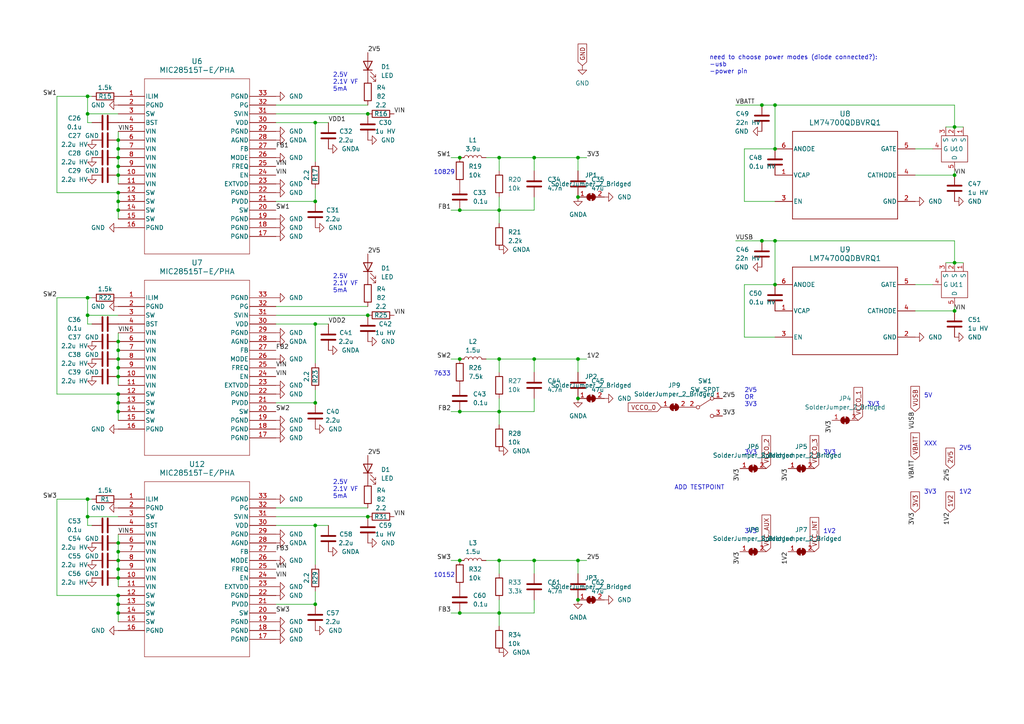
<source format=kicad_sch>
(kicad_sch (version 20230121) (generator eeschema)
  (paper "A4")
  (junction (at 167.64 173.99))
  (junction (at 224.79 43.18))
  (junction (at 144.78 60.96))
  (junction (at 167.64 162.56))
  (junction (at 25.4 27.94))
  (junction (at 91.44 175.26))
  (junction (at 34.29 116.84))
  (junction (at 34.29 165.1))
  (junction (at 91.44 93.98))
  (junction (at 34.29 58.42))
  (junction (at 34.29 175.26))
  (junction (at 34.29 162.56))
  (junction (at 34.29 45.72))
  (junction (at 34.29 106.68))
  (junction (at 34.29 114.3))
  (junction (at 276.86 50.8))
  (junction (at 276.86 90.17))
  (junction (at 144.78 45.72))
  (junction (at 25.4 144.78))
  (junction (at 34.29 104.14))
  (junction (at 220.98 69.85))
  (junction (at 25.4 33.02))
  (junction (at 154.94 45.72))
  (junction (at 224.79 69.85))
  (junction (at 34.29 157.48))
  (junction (at 91.44 35.56))
  (junction (at 224.79 82.55))
  (junction (at 106.68 33.02))
  (junction (at 106.68 149.86))
  (junction (at 25.4 91.44))
  (junction (at 91.44 152.4))
  (junction (at 144.78 119.38))
  (junction (at 25.4 86.36))
  (junction (at 154.94 104.14))
  (junction (at 133.35 45.72))
  (junction (at 276.86 76.2))
  (junction (at 167.64 115.57))
  (junction (at 25.4 149.86))
  (junction (at 154.94 162.56))
  (junction (at 34.29 119.38))
  (junction (at 167.64 104.14))
  (junction (at 34.29 172.72))
  (junction (at 34.29 109.22))
  (junction (at 167.64 57.15))
  (junction (at 34.29 60.96))
  (junction (at 106.68 91.44))
  (junction (at 133.35 104.14))
  (junction (at 144.78 104.14))
  (junction (at 34.29 40.64))
  (junction (at 34.29 99.06))
  (junction (at 133.35 60.96))
  (junction (at 133.35 162.56))
  (junction (at 34.29 48.26))
  (junction (at 34.29 43.18))
  (junction (at 34.29 101.6))
  (junction (at 220.98 30.48))
  (junction (at 133.35 119.38))
  (junction (at 34.29 177.8))
  (junction (at 91.44 116.84))
  (junction (at 34.29 50.8))
  (junction (at 133.35 177.8))
  (junction (at 34.29 167.64))
  (junction (at 91.44 58.42))
  (junction (at 167.64 45.72))
  (junction (at 144.78 162.56))
  (junction (at 144.78 177.8))
  (junction (at 276.86 36.83))
  (junction (at 224.79 30.48))
  (junction (at 34.29 55.88))
  (junction (at 34.29 160.02))
  (wire (pts (xy 34.29 154.94) (xy 34.29 157.48)))
  (wire (pts (xy 144.78 177.8) (xy 144.78 181.61)))
  (wire (pts (xy 265.43 82.55) (xy 270.51 82.55)))
  (wire (pts (xy 16.51 114.3) (xy 16.51 86.36)))
  (wire (pts (xy 276.86 88.9) (xy 276.86 90.17)))
  (wire (pts (xy 167.64 104.14) (xy 170.18 104.14)))
  (wire (pts (xy 34.29 165.1) (xy 34.29 167.64)))
  (wire (pts (xy 34.29 104.14) (xy 34.29 106.68)))
  (wire (pts (xy 167.64 162.56) (xy 154.94 162.56)))
  (wire (pts (xy 16.51 144.78) (xy 25.4 144.78)))
  (wire (pts (xy 133.35 45.72) (xy 130.81 45.72)))
  (wire (pts (xy 80.01 149.86) (xy 106.68 149.86)))
  (wire (pts (xy 26.67 27.94) (xy 25.4 27.94)))
  (wire (pts (xy 25.4 33.02) (xy 25.4 35.56)))
  (wire (pts (xy 215.9 43.18) (xy 224.79 43.18)))
  (wire (pts (xy 34.29 172.72) (xy 34.29 175.26)))
  (wire (pts (xy 80.01 93.98) (xy 91.44 93.98)))
  (wire (pts (xy 34.29 40.64) (xy 34.29 43.18)))
  (wire (pts (xy 167.64 49.53) (xy 167.64 45.72)))
  (wire (pts (xy 25.4 33.02) (xy 34.29 33.02)))
  (wire (pts (xy 144.78 119.38) (xy 144.78 123.19)))
  (wire (pts (xy 276.86 30.48) (xy 224.79 30.48)))
  (wire (pts (xy 265.43 50.8) (xy 276.86 50.8)))
  (wire (pts (xy 144.78 49.53) (xy 144.78 45.72)))
  (wire (pts (xy 224.79 69.85) (xy 224.79 82.55)))
  (wire (pts (xy 133.35 119.38) (xy 144.78 119.38)))
  (wire (pts (xy 25.4 144.78) (xy 25.4 149.86)))
  (wire (pts (xy 26.67 144.78) (xy 25.4 144.78)))
  (wire (pts (xy 276.86 49.53) (xy 276.86 50.8)))
  (wire (pts (xy 144.78 162.56) (xy 140.97 162.56)))
  (wire (pts (xy 144.78 166.37) (xy 144.78 162.56)))
  (wire (pts (xy 91.44 175.26) (xy 91.44 171.45)))
  (wire (pts (xy 91.44 152.4) (xy 95.25 152.4)))
  (wire (pts (xy 80.01 33.02) (xy 106.68 33.02)))
  (wire (pts (xy 25.4 86.36) (xy 25.4 91.44)))
  (wire (pts (xy 144.78 60.96) (xy 144.78 64.77)))
  (wire (pts (xy 154.94 119.38) (xy 144.78 119.38)))
  (wire (pts (xy 34.29 96.52) (xy 34.29 99.06)))
  (wire (pts (xy 34.29 109.22) (xy 34.29 111.76)))
  (wire (pts (xy 276.86 36.83) (xy 276.86 30.48)))
  (wire (pts (xy 34.29 106.68) (xy 34.29 109.22)))
  (wire (pts (xy 25.4 91.44) (xy 25.4 93.98)))
  (wire (pts (xy 34.29 38.1) (xy 34.29 40.64)))
  (wire (pts (xy 34.29 99.06) (xy 34.29 101.6)))
  (wire (pts (xy 274.32 76.2) (xy 276.86 76.2)))
  (wire (pts (xy 34.29 60.96) (xy 34.29 63.5)))
  (wire (pts (xy 80.01 147.32) (xy 106.68 147.32)))
  (wire (pts (xy 154.94 104.14) (xy 154.94 107.95)))
  (wire (pts (xy 154.94 115.57) (xy 154.94 119.38)))
  (wire (pts (xy 91.44 105.41) (xy 91.44 93.98)))
  (wire (pts (xy 154.94 177.8) (xy 144.78 177.8)))
  (wire (pts (xy 34.29 50.8) (xy 34.29 53.34)))
  (wire (pts (xy 25.4 149.86) (xy 25.4 152.4)))
  (wire (pts (xy 16.51 27.94) (xy 25.4 27.94)))
  (wire (pts (xy 34.29 157.48) (xy 34.29 160.02)))
  (wire (pts (xy 130.81 177.8) (xy 133.35 177.8)))
  (wire (pts (xy 265.43 43.18) (xy 270.51 43.18)))
  (wire (pts (xy 25.4 93.98) (xy 26.67 93.98)))
  (wire (pts (xy 34.29 116.84) (xy 34.29 119.38)))
  (wire (pts (xy 80.01 58.42) (xy 91.44 58.42)))
  (wire (pts (xy 215.9 97.79) (xy 215.9 82.55)))
  (wire (pts (xy 91.44 93.98) (xy 95.25 93.98)))
  (wire (pts (xy 220.98 30.48) (xy 224.79 30.48)))
  (wire (pts (xy 167.64 45.72) (xy 154.94 45.72)))
  (wire (pts (xy 224.79 58.42) (xy 215.9 58.42)))
  (wire (pts (xy 34.29 162.56) (xy 34.29 165.1)))
  (wire (pts (xy 276.86 76.2) (xy 279.4 76.2)))
  (wire (pts (xy 167.64 107.95) (xy 167.64 104.14)))
  (wire (pts (xy 34.29 160.02) (xy 34.29 162.56)))
  (wire (pts (xy 25.4 149.86) (xy 34.29 149.86)))
  (wire (pts (xy 224.79 30.48) (xy 224.79 43.18)))
  (wire (pts (xy 144.78 162.56) (xy 154.94 162.56)))
  (wire (pts (xy 133.35 104.14) (xy 130.81 104.14)))
  (wire (pts (xy 34.29 45.72) (xy 34.29 48.26)))
  (wire (pts (xy 34.29 55.88) (xy 34.29 58.42)))
  (wire (pts (xy 130.81 119.38) (xy 133.35 119.38)))
  (wire (pts (xy 130.81 60.96) (xy 133.35 60.96)))
  (wire (pts (xy 167.64 104.14) (xy 154.94 104.14)))
  (wire (pts (xy 144.78 57.15) (xy 144.78 60.96)))
  (wire (pts (xy 25.4 27.94) (xy 25.4 33.02)))
  (wire (pts (xy 144.78 104.14) (xy 154.94 104.14)))
  (wire (pts (xy 34.29 55.88) (xy 16.51 55.88)))
  (wire (pts (xy 144.78 173.99) (xy 144.78 177.8)))
  (wire (pts (xy 133.35 177.8) (xy 144.78 177.8)))
  (wire (pts (xy 167.64 166.37) (xy 167.64 162.56)))
  (wire (pts (xy 80.01 88.9) (xy 106.68 88.9)))
  (wire (pts (xy 133.35 162.56) (xy 130.81 162.56)))
  (wire (pts (xy 144.78 45.72) (xy 154.94 45.72)))
  (wire (pts (xy 34.29 48.26) (xy 34.29 50.8)))
  (wire (pts (xy 224.79 97.79) (xy 215.9 97.79)))
  (wire (pts (xy 34.29 43.18) (xy 34.29 45.72)))
  (wire (pts (xy 34.29 172.72) (xy 16.51 172.72)))
  (wire (pts (xy 91.44 35.56) (xy 95.25 35.56)))
  (wire (pts (xy 80.01 175.26) (xy 91.44 175.26)))
  (wire (pts (xy 215.9 58.42) (xy 215.9 43.18)))
  (wire (pts (xy 80.01 30.48) (xy 106.68 30.48)))
  (wire (pts (xy 213.36 30.48) (xy 220.98 30.48)))
  (wire (pts (xy 154.94 45.72) (xy 154.94 49.53)))
  (wire (pts (xy 276.86 69.85) (xy 224.79 69.85)))
  (wire (pts (xy 154.94 60.96) (xy 144.78 60.96)))
  (wire (pts (xy 154.94 57.15) (xy 154.94 60.96)))
  (wire (pts (xy 25.4 152.4) (xy 26.67 152.4)))
  (wire (pts (xy 215.9 82.55) (xy 224.79 82.55)))
  (wire (pts (xy 34.29 114.3) (xy 16.51 114.3)))
  (wire (pts (xy 144.78 104.14) (xy 140.97 104.14)))
  (wire (pts (xy 34.29 175.26) (xy 34.29 177.8)))
  (wire (pts (xy 276.86 76.2) (xy 276.86 69.85)))
  (wire (pts (xy 34.29 58.42) (xy 34.29 60.96)))
  (wire (pts (xy 80.01 91.44) (xy 106.68 91.44)))
  (wire (pts (xy 144.78 107.95) (xy 144.78 104.14)))
  (wire (pts (xy 154.94 162.56) (xy 154.94 166.37)))
  (wire (pts (xy 91.44 46.99) (xy 91.44 35.56)))
  (wire (pts (xy 276.86 36.83) (xy 279.4 36.83)))
  (wire (pts (xy 16.51 172.72) (xy 16.51 144.78)))
  (wire (pts (xy 34.29 114.3) (xy 34.29 116.84)))
  (wire (pts (xy 34.29 101.6) (xy 34.29 104.14)))
  (wire (pts (xy 34.29 119.38) (xy 34.29 121.92)))
  (wire (pts (xy 34.29 177.8) (xy 34.29 180.34)))
  (wire (pts (xy 25.4 35.56) (xy 26.67 35.56)))
  (wire (pts (xy 80.01 35.56) (xy 91.44 35.56)))
  (wire (pts (xy 25.4 91.44) (xy 34.29 91.44)))
  (wire (pts (xy 154.94 173.99) (xy 154.94 177.8)))
  (wire (pts (xy 213.36 69.85) (xy 220.98 69.85)))
  (wire (pts (xy 167.64 162.56) (xy 170.18 162.56)))
  (wire (pts (xy 26.67 86.36) (xy 25.4 86.36)))
  (wire (pts (xy 265.43 90.17) (xy 276.86 90.17)))
  (wire (pts (xy 91.44 58.42) (xy 91.44 54.61)))
  (wire (pts (xy 80.01 152.4) (xy 91.44 152.4)))
  (wire (pts (xy 274.32 36.83) (xy 276.86 36.83)))
  (wire (pts (xy 144.78 45.72) (xy 140.97 45.72)))
  (wire (pts (xy 144.78 115.57) (xy 144.78 119.38)))
  (wire (pts (xy 34.29 167.64) (xy 34.29 170.18)))
  (wire (pts (xy 167.64 45.72) (xy 170.18 45.72)))
  (wire (pts (xy 16.51 55.88) (xy 16.51 27.94)))
  (wire (pts (xy 16.51 86.36) (xy 25.4 86.36)))
  (wire (pts (xy 80.01 116.84) (xy 91.44 116.84)))
  (wire (pts (xy 91.44 163.83) (xy 91.44 152.4)))
  (wire (pts (xy 91.44 116.84) (xy 91.44 113.03)))
  (wire (pts (xy 220.98 69.85) (xy 224.79 69.85)))
  (wire (pts (xy 133.35 60.96) (xy 144.78 60.96)))
  (text "3V3" (at 238.76 132.08 0) (effects (font (size 1.27 1.27)) (justify left bottom)))
  (text "2.5V\n2.1V VF\n5mA" (at 96.52 85.09 0) (effects (font (size 1.27 1.27)) (justify left bottom)))
  (text "2V5" (at 278.13 130.81 0) (effects (font (size 1.27 1.27)) (justify left bottom)))
  (text "3V3" (at 215.9 132.08 0) (effects (font (size 1.27 1.27)) (justify left bottom)))
  (text "2V5\nOR\n3V3" (at 215.9 118.11 0) (effects (font (size 1.27 1.27)) (justify left bottom)))
  (text "ADD TESTPOINT" (at 195.58 142.24 0) (effects (font (size 1.27 1.27)) (justify left bottom)))
  (text "10152" (at 125.73 167.64 0) (effects (font (size 1.27 1.27)) (justify left bottom)))
  (text "10829" (at 125.73 50.8 0) (effects (font (size 1.27 1.27)) (justify left bottom)))
  (text "5V" (at 267.97 115.57 0) (effects (font (size 1.27 1.27)) (justify left bottom)))
  (text "XXX" (at 267.97 129.54 0) (effects (font (size 1.27 1.27)) (justify left bottom)))
  (text "3V3" (at 267.97 143.51 0) (effects (font (size 1.27 1.27)) (justify left bottom)))
  (text "1V2" (at 278.13 143.51 0) (effects (font (size 1.27 1.27)) (justify left bottom)))
  (text "1V2" (at 238.76 154.94 0) (effects (font (size 1.27 1.27)) (justify left bottom)))
  (text "need to choose power modes (diode connected?):\n-usb\n-power pin" (at 205.74 21.59 0) (effects (font (size 1.27 1.27)) (justify left bottom)))
  (text "2.5V\n2.1V VF\n5mA" (at 96.52 26.67 0) (effects (font (size 1.27 1.27)) (justify left bottom)))
  (text "3V3" (at 251.46 118.11 0) (effects (font (size 1.27 1.27)) (justify left bottom)))
  (text "3V3" (at 215.9 154.94 0) (effects (font (size 1.27 1.27)) (justify left bottom)))
  (text "7633" (at 125.73 109.22 0) (effects (font (size 1.27 1.27)) (justify left bottom)))
  (text "2.5V\n2.1V VF\n5mA" (at 96.52 144.78 0) (effects (font (size 1.27 1.27)) (justify left bottom)))
  (label "2V5" (at 275.59 135.89 270))
  (label "VUSB" (at 213.36 69.85 0))
  (label "SW1" (at 80.01 60.96 0))
  (label "2V5" (at 209.55 115.57 0))
  (label "VIN" (at 80.01 165.1 0))
  (label "3V3" (at 228.6 135.89 270))
  (label "FB2" (at 80.01 101.6 0))
  (label "2V5" (at 170.18 162.56 0))
  (label "FB2" (at 130.81 119.38 180))
  (label "VDD1" (at 95.25 35.56 0))
  (label "VIN" (at 114.3 149.86 0))
  (label "3V3" (at 265.43 148.59 270))
  (label "FB1" (at 80.01 43.18 0))
  (label "VIN" (at 80.01 50.8 0))
  (label "1V2" (at 170.18 104.14 0))
  (label "SW1" (at 130.81 45.72 180))
  (label "SW3" (at 130.81 162.56 180))
  (label "VBATT" (at 213.36 30.48 0))
  (label "FB3" (at 80.01 160.02 0))
  (label "FB3" (at 130.81 177.8 180))
  (label "SW3" (at 80.01 177.8 0))
  (label "VDD2" (at 95.25 93.98 0))
  (label "VIN" (at 276.86 50.8 0))
  (label "3V3" (at 241.3 121.92 270))
  (label "SW2" (at 80.01 119.38 0))
  (label "2V5" (at 106.68 73.66 0))
  (label "1V2" (at 275.59 148.59 270))
  (label "VIN" (at 80.01 109.22 0))
  (label "SW1" (at 16.51 27.94 180))
  (label "3V3" (at 170.18 45.72 0))
  (label "2V5" (at 106.68 132.08 0))
  (label "VIN" (at 80.01 106.68 0))
  (label "VIN" (at 34.29 96.52 0))
  (label "VIN" (at 80.01 48.26 0))
  (label "VUSB" (at 265.43 119.38 270))
  (label "2V5" (at 106.68 15.24 0))
  (label "3V3" (at 209.55 120.65 0))
  (label "FB1" (at 130.81 60.96 180))
  (label "1V2" (at 228.6 160.02 270))
  (label "VIN" (at 34.29 154.94 0))
  (label "VIN" (at 276.86 90.17 0))
  (label "SW2" (at 16.51 86.36 180))
  (label "SW2" (at 130.81 104.14 180))
  (label "3V3" (at 214.63 135.89 270))
  (label "VIN" (at 34.29 38.1 0))
  (label "SW3" (at 16.51 144.78 180))
  (label "VIN" (at 114.3 91.44 0))
  (label "VBATT" (at 265.43 133.35 270))
  (label "VIN" (at 114.3 33.02 0))
  (label "VIN" (at 80.01 167.64 0))
  (label "3V3" (at 214.63 160.02 270))
  (global_label "VCCO_0" (shape input) (at 191.77 118.11 180) (property "Intersheetrefs" "${INTERSHEET_REFS}" (effects hide)))
  (global_label "VCC_AUX" (shape input) (at 222.25 160.02 90) (property "Intersheetrefs" "${INTERSHEET_REFS}" (effects hide)))
  (global_label "1V2" (shape input) (at 275.59 148.59 90) (property "Intersheetrefs" "${INTERSHEET_REFS}" (effects hide)))
  (global_label "VCCO_3" (shape input) (at 236.22 135.89 90) (property "Intersheetrefs" "${INTERSHEET_REFS}" (effects hide)))
  (global_label "VUSB" (shape input) (at 265.43 119.38 90) (property "Intersheetrefs" "${INTERSHEET_REFS}" (effects hide)))
  (global_label "GND" (shape input) (at 168.91 19.05 90) (property "Intersheetrefs" "${INTERSHEET_REFS}" (effects hide)))
  (global_label "VCCO_1" (shape input) (at 248.92 121.92 90) (property "Intersheetrefs" "${INTERSHEET_REFS}" (effects hide)))
  (global_label "2V5" (shape input) (at 275.59 135.89 90) (property "Intersheetrefs" "${INTERSHEET_REFS}" (effects hide)))
  (global_label "3V3" (shape input) (at 265.43 148.59 90) (property "Intersheetrefs" "${INTERSHEET_REFS}" (effects hide)))
  (global_label "VCC_INT" (shape input) (at 236.22 160.02 90) (property "Intersheetrefs" "${INTERSHEET_REFS}" (effects hide)))
  (global_label "VCCO_2" (shape input) (at 222.25 135.89 90) (property "Intersheetrefs" "${INTERSHEET_REFS}" (effects hide)))
  (global_label "VBATT" (shape input) (at 265.43 133.35 90) (property "Intersheetrefs" "${INTERSHEET_REFS}" (effects hide)))
  (symbol (lib_id "fpga:LM74700QDBVRQ1") (at 245.11 50.8 0) (unit 1)
    (property "Reference" "U8" (at 245.11 33.02 0) (effects (font (size 1.524 1.524))))
    (property "Value" "LM74700QDBVRQ1" (at 245.11 35.56 0) (effects (font (size 1.524 1.524))))
    (property "Footprint" "fpga:DBV0006A_N" (effects hide))
    (property "Datasheet" "https://www.ti.com/lit/ds/symlink/lm74700-q1.pdf?HQS=dis-dk-null-digikeymode-dsf-pf-null-wwe&ts=1714177282729&ref_url=https%253A%252F%252Fwww.ti.com%252Fgeneral%252Fdocs%252Fsuppproductinfo.tsp%253FdistId%253D10%2526gotoUrl%253Dhttps%253A%252F%252Fwww.ti.com%252Flit%252Fgpn%252Flm74700-q1" (effects hide))
    (property "Digi" "https://www.digikey.com/en/products/detail/texas-instruments/LM74700QDBVRQ1/10434692" (effects hide))
  )
  (symbol (lib_id "power:GND") (at 34.29 124.46 270) (unit 1)
    (property "Reference" "#PWR016" (effects hide))
    (property "Value" "GND" (at 30.48 124.46 90) (effects (justify right)))
    (instances (project "fpga" (path "" (reference "#PWR016") (unit 1)) (path "" (reference "#PWR026") (unit 1)) (path "" (reference "#PWR036") (unit 1)) (path "" (reference "#PWR066") (unit 1))))
  )
  (symbol (lib_id "Device:L") (at 137.16 45.72 90) (unit 1)
    (property "Reference" "L1" (at 137.16 40.64 90))
    (property "Value" "3.9u" (at 137.16 43.18 90))
    (property "Footprint" "Inductor_SMD:L_0402_1005Metric_Pad0.77x0.64mm_HandSolder" (effects hide))
  )
  (symbol (lib_id "Device:C") (at 154.94 170.18 0) (unit 1)
    (property "Reference" "C61" (at 158.75 168.91 0) (effects (justify left)))
    (property "Value" "4.7n" (at 158.75 171.45 0) (effects (justify left)))
    (property "Footprint" "Capacitor_SMD:C_0402_1005Metric_Pad0.74x0.62mm_HandSolder" (effects hide))
  )
  (symbol (lib_id "fpga:NVMYS4D1N06CLTWG") (at 276.86 43.18 270) (unit 1)
    (property "Reference" "U10" (at 279.4 43.18 90) (effects (justify right)))
    (property "Value" "~" (at 276.86 43.18 0))
    (property "Footprint" "Package_TO_SOT_SMD:LFPAK56" (effects hide))
    (property "Datasheet" "https://www.onsemi.com/pdf/datasheet/nvmys4d1n06cl-d.pdf" (effects hide))
    (property "Digi" "https://www.digikey.com/en/products/detail/onsemi/NVMYS4D1N06CLTWG/9960366" (effects hide))
  )
  (symbol (lib_id "Device:LED") (at 106.68 19.05 90) (unit 1)
    (property "Reference" "D1" (at 110.49 19.3675 90) (effects (justify right)))
    (property "Value" "LED" (at 110.49 21.9075 90) (effects (justify right)))
    (property "Footprint" "LED_SMD:LED_0805_2012Metric_Pad1.15x1.40mm_HandSolder" (effects hide))
    (property "Datasheet" "https://mm.digikey.com/Volume0/opasdata/d220001/medias/docus/3840/B1701UYG-20D000114U1930.pdf" (effects hide))
    (property "Digi" "https://www.digikey.com/en/products/detail/harvatek-corporation/B1701UYG-20D000114U1930/16671747" (effects hide))
    (instances (project "fpga" (path "" (reference "D1") (unit 1)) (path "" (reference "D2") (unit 1))))
  )
  (symbol (lib_id "Device:C") (at 154.94 111.76 0) (unit 1)
    (property "Reference" "C44" (at 158.75 110.49 0) (effects (justify left)))
    (property "Value" "4.7n" (at 158.75 113.03 0) (effects (justify left)))
    (property "Footprint" "Capacitor_SMD:C_0402_1005Metric_Pad0.74x0.62mm_HandSolder" (effects hide))
  )
  (symbol (lib_id "Device:C") (at 220.98 73.66 0) (unit 1)
    (property "Reference" "C46" (at 213.36 72.39 0) (effects (justify left)))
    (property "Value" "22n HV" (at 213.36 74.93 0) (effects (justify left)))
    (property "Footprint" "Capacitor_SMD:C_0402_1005Metric_Pad0.74x0.62mm_HandSolder" (effects hide))
  )
  (symbol (lib_id "Switch:SW_SPDT") (at 204.47 118.11 0) (unit 1)
    (property "Reference" "SW1" (at 204.47 110.49 0))
    (property "Value" "SW_SPDT" (at 204.47 113.03 0))
    (property "Footprint" "Connector_PinHeader_2.54mm:PinHeader_1x03_P2.54mm_Vertical" (effects hide))
    (property "Datasheet" "https://www.cuidevices.com/product/resource/slw-883935-2a-d.pdf" (effects hide))
    (property "Digi" "https://www.digikey.com/en/products/detail/cui-devices/SLW-883935-2A-D/21259966" (effects hide))
  )
  (symbol (lib_id "Device:C") (at 30.48 104.14 90) (unit 1)
    (property "Reference" "C38" (at 21.59 102.87 90))
    (property "Value" "2.2u HV" (at 21.59 105.41 90))
    (property "Footprint" "Capacitor_SMD:C_0402_1005Metric_Pad0.74x0.62mm_HandSolder" (effects hide))
  )
  (symbol (lib_id "power:GND") (at 265.43 58.42 90) (unit 1)
    (property "Reference" "#PWR016" (effects hide))
    (property "Value" "GND" (at 269.24 58.42 90) (effects (justify right)))
    (instances (project "fpga" (path "" (reference "#PWR016") (unit 1)) (path "" (reference "#PWR026") (unit 1)) (path "" (reference "#PWR036") (unit 1)) (path "" (reference "#PWR083") (unit 1))))
  )
  (symbol (lib_id "power:GND") (at 80.01 53.34 90) (unit 1)
    (property "Reference" "#PWR016" (effects hide))
    (property "Value" "GND" (at 83.82 53.34 90) (effects (justify right)))
    (instances (project "fpga" (path "" (reference "#PWR016") (unit 1)) (path "" (reference "#PWR026") (unit 1)) (path "" (reference "#PWR036") (unit 1)) (path "" (reference "#PWR058") (unit 1))))
  )
  (symbol (lib_id "power:GND") (at 26.67 40.64 0) (unit 1)
    (property "Reference" "#PWR016" (effects hide))
    (property "Value" "GND" (at 26.67 39.37 0))
    (instances (project "fpga" (path "" (reference "#PWR016") (unit 1)) (path "" (reference "#PWR026") (unit 1)) (path "" (reference "#PWR036") (unit 1)) (path "" (reference "#PWR052") (unit 1))))
  )
  (symbol (lib_id "Device:LED") (at 106.68 77.47 90) (unit 1)
    (property "Reference" "D1" (at 110.49 77.7875 90) (effects (justify right)))
    (property "Value" "LED" (at 110.49 80.3275 90) (effects (justify right)))
    (property "Footprint" "LED_SMD:LED_0805_2012Metric_Pad1.15x1.40mm_HandSolder" (effects hide))
    (property "Datasheet" "https://mm.digikey.com/Volume0/opasdata/d220001/medias/docus/3840/B1701UYG-20D000114U1930.pdf" (effects hide))
    (property "Digi" "https://www.digikey.com/en/products/detail/harvatek-corporation/B1701UYG-20D000114U1930/16671747" (effects hide))
    (instances (project "fpga" (path "" (reference "D1") (unit 1)) (path "" (reference "D3") (unit 1))))
  )
  (symbol (lib_id "Device:C") (at 224.79 46.99 0) (unit 1)
    (property "Reference" "C48" (at 217.17 45.72 0) (effects (justify left)))
    (property "Value" "0.1u HV" (at 217.17 48.26 0) (effects (justify left)))
    (property "Footprint" "Capacitor_SMD:C_0402_1005Metric_Pad0.74x0.62mm_HandSolder" (effects hide))
  )
  (symbol (lib_id "Device:R") (at 133.35 166.37 0) (unit 1)
    (property "Reference" "R32" (at 135.89 165.1 0) (effects (justify left)))
    (property "Value" "10k" (at 135.89 167.64 0) (effects (justify left)))
    (property "Footprint" "Resistor_SMD:R_0402_1005Metric_Pad0.72x0.64mm_HandSolder" (effects hide))
  )
  (symbol (lib_id "Device:R") (at 106.68 85.09 0) (unit 1)
    (property "Reference" "R4" (at 109.22 83.82 0) (effects (justify left)))
    (property "Value" "82" (at 109.22 86.36 0) (effects (justify left)))
    (property "Footprint" "Resistor_SMD:R_0402_1005Metric_Pad0.72x0.64mm_HandSolder" (effects hide))
    (instances (project "fpga" (path "" (reference "R4") (unit 1)) (path "" (reference "R24") (unit 1))))
  )
  (symbol (lib_id "Device:L") (at 137.16 162.56 90) (unit 1)
    (property "Reference" "L3" (at 137.16 157.48 90))
    (property "Value" "1.5u" (at 137.16 160.02 90))
    (property "Footprint" "Inductor_SMD:L_0402_1005Metric_Pad0.77x0.64mm_HandSolder" (effects hide))
  )
  (symbol (lib_id "Device:C") (at 133.35 115.57 0) (unit 1)
    (property "Reference" "C43" (at 137.16 114.3 0) (effects (justify left)))
    (property "Value" "0.1u" (at 137.16 116.84 0) (effects (justify left)))
    (property "Footprint" "Capacitor_SMD:C_0402_1005Metric_Pad0.74x0.62mm_HandSolder" (effects hide))
  )
  (symbol (lib_id "Device:R") (at 144.78 53.34 0) (unit 1)
    (property "Reference" "R20" (at 147.32 52.07 0) (effects (justify left)))
    (property "Value" "10k" (at 147.32 54.61 0) (effects (justify left)))
    (property "Footprint" "Resistor_SMD:R_0402_1005Metric_Pad0.72x0.64mm_HandSolder" (effects hide))
  )
  (symbol (lib_id "power:GND") (at 26.67 50.8 0) (unit 1)
    (property "Reference" "#PWR016" (effects hide))
    (property "Value" "GND" (at 26.67 49.53 0))
    (instances (project "fpga" (path "" (reference "#PWR016") (unit 1)) (path "" (reference "#PWR026") (unit 1)) (path "" (reference "#PWR036") (unit 1)) (path "" (reference "#PWR054") (unit 1))))
  )
  (symbol (lib_id "power:GND") (at 91.44 182.88 90) (unit 1)
    (property "Reference" "#PWR016" (effects hide))
    (property "Value" "GND" (at 95.25 182.88 90) (effects (justify right)))
    (instances (project "fpga" (path "" (reference "#PWR016") (unit 1)) (path "" (reference "#PWR026") (unit 1)) (path "" (reference "#PWR036") (unit 1)) (path "" (reference "#PWR0105") (unit 1))))
  )
  (symbol (lib_id "Device:R") (at 91.44 109.22 180) (unit 1)
    (property "Reference" "R23" (at 91.44 109.22 90))
    (property "Value" "2.2" (at 88.9 109.22 90))
    (property "Footprint" "Resistor_SMD:R_0402_1005Metric_Pad0.72x0.64mm_HandSolder" (effects hide))
  )
  (symbol (lib_id "power:GNDA") (at 167.64 57.15 0) (unit 1)
    (property "Reference" "#PWR0135" (effects hide))
    (property "Value" "GNDA" (at 167.64 62.23 0))
  )
  (symbol (lib_id "Device:C") (at 133.35 173.99 0) (unit 1)
    (property "Reference" "C60" (at 137.16 172.72 0) (effects (justify left)))
    (property "Value" "0.1u" (at 137.16 175.26 0) (effects (justify left)))
    (property "Footprint" "Capacitor_SMD:C_0402_1005Metric_Pad0.74x0.62mm_HandSolder" (effects hide))
  )
  (symbol (lib_id "power:GNDA") (at 95.25 160.02 90) (unit 1)
    (property "Reference" "#PWR0106" (effects hide))
    (property "Value" "GNDA" (at 99.06 160.02 90) (effects (justify right)))
  )
  (symbol (lib_id "Device:L") (at 137.16 104.14 90) (unit 1)
    (property "Reference" "L2" (at 137.16 99.06 90))
    (property "Value" "1.5u" (at 137.16 101.6 90))
    (property "Footprint" "Inductor_SMD:L_0402_1005Metric_Pad0.77x0.64mm_HandSolder" (effects hide))
  )
  (symbol (lib_id "Device:C") (at 220.98 34.29 0) (unit 1)
    (property "Reference" "C49" (at 213.36 33.02 0) (effects (justify left)))
    (property "Value" "22n HV" (at 213.36 35.56 0) (effects (justify left)))
    (property "Footprint" "Capacitor_SMD:C_0402_1005Metric_Pad0.74x0.62mm_HandSolder" (effects hide))
  )
  (symbol (lib_id "Device:C") (at 106.68 36.83 180) (unit 1)
    (property "Reference" "C30" (at 111.76 35.56 0))
    (property "Value" "1u HV" (at 111.76 38.1 0))
    (property "Footprint" "Capacitor_SMD:C_0402_1005Metric_Pad0.74x0.62mm_HandSolder" (effects hide))
  )
  (symbol (lib_id "Jumper:SolderJumper_2_Bridged") (at 171.45 115.57 0) (unit 1)
    (property "Reference" "JP2" (at 171.45 109.22 0))
    (property "Value" "SolderJumper_2_Bridged" (at 171.45 111.76 0))
    (property "Footprint" "Jumper:SolderJumper-2_P1.3mm_Bridged2Bar_RoundedPad1.0x1.5mm" (effects hide))
  )
  (symbol (lib_id "Device:R") (at 30.48 144.78 90) (unit 1)
    (property "Reference" "R1" (at 30.48 144.78 90))
    (property "Value" "1.5k" (at 30.48 142.24 90))
    (property "Footprint" "Resistor_SMD:R_0402_1005Metric_Pad0.72x0.64mm_HandSolder" (effects hide))
  )
  (symbol (lib_id "power:GNDA") (at 80.01 99.06 90) (unit 1)
    (property "Reference" "#PWR069" (effects hide))
    (property "Value" "GNDA" (at 83.82 99.06 90) (effects (justify right)))
  )
  (symbol (lib_id "Device:R") (at 110.49 91.44 90) (unit 1)
    (property "Reference" "R25" (at 110.49 91.44 90))
    (property "Value" "2.2" (at 110.49 88.9 90))
    (property "Footprint" "Resistor_SMD:R_0402_1005Metric_Pad0.72x0.64mm_HandSolder" (effects hide))
  )
  (symbol (lib_id "Device:C") (at 30.48 93.98 90) (unit 1)
    (property "Reference" "C36" (at 21.59 92.71 90))
    (property "Value" "0.1u" (at 21.59 95.25 90))
    (property "Footprint" "Capacitor_SMD:C_0402_1005Metric_Pad0.74x0.62mm_HandSolder" (effects hide))
  )
  (symbol (lib_id "Device:R") (at 144.78 127 0) (unit 1)
    (property "Reference" "R28" (at 147.32 125.73 0) (effects (justify left)))
    (property "Value" "10k" (at 147.32 128.27 0) (effects (justify left)))
    (property "Footprint" "Resistor_SMD:R_0402_1005Metric_Pad0.72x0.64mm_HandSolder" (effects hide))
  )
  (symbol (lib_id "Device:R") (at 133.35 107.95 0) (unit 1)
    (property "Reference" "R26" (at 135.89 106.68 0) (effects (justify left)))
    (property "Value" "7.5k" (at 135.89 109.22 0) (effects (justify left)))
    (property "Footprint" "Resistor_SMD:R_0402_1005Metric_Pad0.72x0.64mm_HandSolder" (effects hide))
  )
  (symbol (lib_id "power:GND") (at 26.67 99.06 0) (unit 1)
    (property "Reference" "#PWR016" (effects hide))
    (property "Value" "GND" (at 26.67 97.79 0))
    (instances (project "fpga" (path "" (reference "#PWR016") (unit 1)) (path "" (reference "#PWR026") (unit 1)) (path "" (reference "#PWR036") (unit 1)) (path "" (reference "#PWR062") (unit 1))))
  )
  (symbol (lib_id "Device:C") (at 133.35 57.15 0) (unit 1)
    (property "Reference" "C33" (at 137.16 55.88 0) (effects (justify left)))
    (property "Value" "0.1u" (at 137.16 58.42 0) (effects (justify left)))
    (property "Footprint" "Capacitor_SMD:C_0402_1005Metric_Pad0.74x0.62mm_HandSolder" (effects hide))
  )
  (symbol (lib_id "power:GND") (at 80.01 127 90) (unit 1)
    (property "Reference" "#PWR016" (effects hide))
    (property "Value" "GND" (at 83.82 127 90) (effects (justify right)))
    (instances (project "fpga" (path "" (reference "#PWR016") (unit 1)) (path "" (reference "#PWR026") (unit 1)) (path "" (reference "#PWR036") (unit 1)) (path "" (reference "#PWR075") (unit 1))))
  )
  (symbol (lib_id "fpga:MIC28515T-E_PHA") (at 34.29 86.36 0) (unit 1)
    (property "Reference" "U7" (at 57.15 76.2 0) (effects (font (size 1.524 1.524))))
    (property "Value" "MIC28515T-E/PHA" (at 57.15 78.74 0) (effects (font (size 1.524 1.524))))
    (property "Footprint" "fpga:VQFN32_PHA_MCH" (effects hide))
    (property "Datasheet" "https://ww1.microchip.com/downloads/en/DeviceDoc/MIC28515-Data-Sheet-20005762E.pdf" (effects hide))
    (property "Digi" "https://www.digikey.com/en/products/detail/microchip-technology/MIC28515T-E-PHA/7390333" (effects hide))
  )
  (symbol (lib_id "power:GNDA") (at 95.25 43.18 90) (unit 1)
    (property "Reference" "#PWR0124" (effects hide))
    (property "Value" "GNDA" (at 99.06 43.18 90) (effects (justify right)))
  )
  (symbol (lib_id "power:GND") (at 80.01 45.72 90) (unit 1)
    (property "Reference" "#PWR016" (effects hide))
    (property "Value" "GND" (at 83.82 45.72 90) (effects (justify right)))
    (instances (project "fpga" (path "" (reference "#PWR016") (unit 1)) (path "" (reference "#PWR026") (unit 1)) (path "" (reference "#PWR036") (unit 1)) (path "" (reference "#PWR059") (unit 1))))
  )
  (symbol (lib_id "Jumper:SolderJumper_2_Bridged") (at 171.45 57.15 0) (unit 1)
    (property "Reference" "JP1" (at 171.45 50.8 0))
    (property "Value" "SolderJumper_2_Bridged" (at 171.45 53.34 0))
    (property "Footprint" "Jumper:SolderJumper-2_P1.3mm_Bridged2Bar_RoundedPad1.0x1.5mm" (effects hide))
  )
  (symbol (lib_id "power:GND") (at 175.26 173.99 90) (unit 1)
    (property "Reference" "#PWR016" (effects hide))
    (property "Value" "GND" (at 179.07 173.99 90) (effects (justify right)))
    (instances (project "fpga" (path "" (reference "#PWR016") (unit 1)) (path "" (reference "#PWR026") (unit 1)) (path "" (reference "#PWR036") (unit 1)) (path "" (reference "#PWR0108") (unit 1))))
  )
  (symbol (lib_id "Device:R") (at 144.78 111.76 0) (unit 1)
    (property "Reference" "R27" (at 147.32 110.49 0) (effects (justify left)))
    (property "Value" "10k" (at 147.32 113.03 0) (effects (justify left)))
    (property "Footprint" "Resistor_SMD:R_0402_1005Metric_Pad0.72x0.64mm_HandSolder" (effects hide))
  )
  (symbol (lib_id "power:GNDA") (at 95.25 101.6 90) (unit 1)
    (property "Reference" "#PWR077" (effects hide))
    (property "Value" "GNDA" (at 99.06 101.6 90) (effects (justify right)))
  )
  (symbol (lib_id "power:GND") (at 34.29 88.9 270) (unit 1)
    (property "Reference" "#PWR016" (effects hide))
    (property "Value" "GND" (at 30.48 88.9 90) (effects (justify right)))
    (instances (project "fpga" (path "" (reference "#PWR016") (unit 1)) (path "" (reference "#PWR026") (unit 1)) (path "" (reference "#PWR036") (unit 1)) (path "" (reference "#PWR065") (unit 1))))
  )
  (symbol (lib_id "Device:R") (at 144.78 170.18 0) (unit 1)
    (property "Reference" "R33" (at 147.32 168.91 0) (effects (justify left)))
    (property "Value" "3.3k" (at 147.32 171.45 0) (effects (justify left)))
    (property "Footprint" "Resistor_SMD:R_0402_1005Metric_Pad0.72x0.64mm_HandSolder" (effects hide))
  )
  (symbol (lib_id "power:GND") (at 80.01 182.88 90) (unit 1)
    (property "Reference" "#PWR016" (effects hide))
    (property "Value" "GND" (at 83.82 182.88 90) (effects (justify right)))
    (instances (project "fpga" (path "" (reference "#PWR016") (unit 1)) (path "" (reference "#PWR026") (unit 1)) (path "" (reference "#PWR036") (unit 1)) (path "" (reference "#PWR0103") (unit 1))))
  )
  (symbol (lib_id "Device:C") (at 95.25 97.79 180) (unit 1)
    (property "Reference" "C41" (at 100.33 96.52 0))
    (property "Value" "2.2u" (at 100.33 99.06 0))
    (property "Footprint" "Capacitor_SMD:C_0402_1005Metric_Pad0.74x0.62mm_HandSolder" (effects hide))
  )
  (symbol (lib_id "power:GNDA") (at 144.78 72.39 90) (unit 1)
    (property "Reference" "#PWR056" (effects hide))
    (property "Value" "GNDA" (at 148.59 72.39 90) (effects (justify right)))
  )
  (symbol (lib_id "power:GND") (at 80.01 66.04 90) (unit 1)
    (property "Reference" "#PWR016" (effects hide))
    (property "Value" "GND" (at 83.82 66.04 90) (effects (justify right)))
    (instances (project "fpga" (path "" (reference "#PWR016") (unit 1)) (path "" (reference "#PWR026") (unit 1)) (path "" (reference "#PWR036") (unit 1)) (path "" (reference "#PWR045") (unit 1))))
  )
  (symbol (lib_id "power:GND") (at 26.67 157.48 0) (unit 1)
    (property "Reference" "#PWR016" (effects hide))
    (property "Value" "GND" (at 26.67 156.21 0))
    (instances (project "fpga" (path "" (reference "#PWR016") (unit 1)) (path "" (reference "#PWR026") (unit 1)) (path "" (reference "#PWR036") (unit 1)) (path "" (reference "#PWR090") (unit 1))))
  )
  (symbol (lib_id "power:GND") (at 106.68 40.64 90) (unit 1)
    (property "Reference" "#PWR016" (effects hide))
    (property "Value" "GND" (at 110.49 40.64 90) (effects (justify right)))
    (instances (project "fpga" (path "" (reference "#PWR016") (unit 1)) (path "" (reference "#PWR026") (unit 1)) (path "" (reference "#PWR036") (unit 1)) (path "" (reference "#PWR055") (unit 1))))
  )
  (symbol (lib_id "Device:R") (at 30.48 86.36 90) (unit 1)
    (property "Reference" "R22" (at 30.48 86.36 90))
    (property "Value" "1.5k" (at 30.48 83.82 90))
    (property "Footprint" "Resistor_SMD:R_0402_1005Metric_Pad0.72x0.64mm_HandSolder" (effects hide))
  )
  (symbol (lib_id "Device:C") (at 30.48 157.48 90) (unit 1)
    (property "Reference" "C54" (at 21.59 156.21 90))
    (property "Value" "2.2u HV" (at 21.59 158.75 90))
    (property "Footprint" "Capacitor_SMD:C_0402_1005Metric_Pad0.74x0.62mm_HandSolder" (effects hide))
  )
  (symbol (lib_id "power:GND") (at 175.26 115.57 90) (unit 1)
    (property "Reference" "#PWR016" (effects hide))
    (property "Value" "GND" (at 179.07 115.57 90) (effects (justify right)))
    (instances (project "fpga" (path "" (reference "#PWR016") (unit 1)) (path "" (reference "#PWR026") (unit 1)) (path "" (reference "#PWR036") (unit 1)) (path "" (reference "#PWR080") (unit 1))))
  )
  (symbol (lib_id "power:GNDA") (at 144.78 130.81 90) (unit 1)
    (property "Reference" "#PWR0137" (effects hide))
    (property "Value" "GNDA" (at 148.59 130.81 90) (effects (justify right)))
  )
  (symbol (lib_id "Device:C") (at 167.64 53.34 0) (unit 1)
    (property "Reference" "C35" (at 171.45 52.07 0) (effects (justify left)))
    (property "Value" "47u" (at 171.45 54.61 0) (effects (justify left)))
    (property "Footprint" "Capacitor_SMD:C_0402_1005Metric_Pad0.74x0.62mm_HandSolder" (effects hide))
  )
  (symbol (lib_id "power:GND") (at 26.67 167.64 0) (unit 1)
    (property "Reference" "#PWR016" (effects hide))
    (property "Value" "GND" (at 26.67 166.37 0))
    (instances (project "fpga" (path "" (reference "#PWR016") (unit 1)) (path "" (reference "#PWR026") (unit 1)) (path "" (reference "#PWR036") (unit 1)) (path "" (reference "#PWR093") (unit 1))))
  )
  (symbol (lib_id "power:GND") (at 80.01 124.46 90) (unit 1)
    (property "Reference" "#PWR016" (effects hide))
    (property "Value" "GND" (at 83.82 124.46 90) (effects (justify right)))
    (instances (project "fpga" (path "" (reference "#PWR016") (unit 1)) (path "" (reference "#PWR026") (unit 1)) (path "" (reference "#PWR036") (unit 1)) (path "" (reference "#PWR074") (unit 1))))
  )
  (symbol (lib_id "power:GND") (at 276.86 58.42 90) (unit 1)
    (property "Reference" "#PWR016" (effects hide))
    (property "Value" "GND" (at 280.67 58.42 90) (effects (justify right)))
    (instances (project "fpga" (path "" (reference "#PWR016") (unit 1)) (path "" (reference "#PWR026") (unit 1)) (path "" (reference "#PWR036") (unit 1)) (path "" (reference "#PWR082") (unit 1))))
  )
  (symbol (lib_id "fpga:LM74700QDBVRQ1") (at 245.11 90.17 0) (unit 1)
    (property "Reference" "U9" (at 245.11 72.39 0) (effects (font (size 1.524 1.524))))
    (property "Value" "LM74700QDBVRQ1" (at 245.11 74.93 0) (effects (font (size 1.524 1.524))))
    (property "Footprint" "fpga:DBV0006A_N" (effects hide))
    (property "Datasheet" "https://www.ti.com/lit/ds/symlink/lm74700-q1.pdf?HQS=dis-dk-null-digikeymode-dsf-pf-null-wwe&ts=1714177282729&ref_url=https%253A%252F%252Fwww.ti.com%252Fgeneral%252Fdocs%252Fsuppproductinfo.tsp%253FdistId%253D10%2526gotoUrl%253Dhttps%253A%252F%252Fwww.ti.com%252Flit%252Fgpn%252Flm74700-q1" (effects hide))
    (property "Digi" "https://www.digikey.com/en/products/detail/texas-instruments/LM74700QDBVRQ1/10434692" (effects hide))
  )
  (symbol (lib_id "Device:C") (at 30.48 167.64 90) (unit 1)
    (property "Reference" "C56" (at 21.59 166.37 90))
    (property "Value" "2.2u HV" (at 21.59 168.91 90))
    (property "Footprint" "Capacitor_SMD:C_0402_1005Metric_Pad0.74x0.62mm_HandSolder" (effects hide))
  )
  (symbol (lib_id "power:GND") (at 34.29 147.32 270) (unit 1)
    (property "Reference" "#PWR016" (effects hide))
    (property "Value" "GND" (at 30.48 147.32 90) (effects (justify right)))
    (instances (project "fpga" (path "" (reference "#PWR016") (unit 1)) (path "" (reference "#PWR026") (unit 1)) (path "" (reference "#PWR036") (unit 1)) (path "" (reference "#PWR094") (unit 1))))
  )
  (symbol (lib_id "Device:LED") (at 106.68 135.89 90) (unit 1)
    (property "Reference" "D1" (at 110.49 136.2075 90) (effects (justify right)))
    (property "Value" "LED" (at 110.49 138.7475 90) (effects (justify right)))
    (property "Footprint" "LED_SMD:LED_0805_2012Metric_Pad1.15x1.40mm_HandSolder" (effects hide))
    (property "Datasheet" "https://mm.digikey.com/Volume0/opasdata/d220001/medias/docus/3840/B1701UYG-20D000114U1930.pdf" (effects hide))
    (property "Digi" "https://www.digikey.com/en/products/detail/harvatek-corporation/B1701UYG-20D000114U1930/16671747" (effects hide))
    (instances (project "fpga" (path "" (reference "D1") (unit 1)) (path "" (reference "D4") (unit 1))))
  )
  (symbol (lib_id "power:GND") (at 26.67 162.56 0) (unit 1)
    (property "Reference" "#PWR016" (effects hide))
    (property "Value" "GND" (at 26.67 161.29 0))
    (instances (project "fpga" (path "" (reference "#PWR016") (unit 1)) (path "" (reference "#PWR026") (unit 1)) (path "" (reference "#PWR036") (unit 1)) (path "" (reference "#PWR091") (unit 1))))
  )
  (symbol (lib_id "power:GND") (at 80.01 27.94 90) (unit 1)
    (property "Reference" "#PWR016" (effects hide))
    (property "Value" "GND" (at 83.82 27.94 90) (effects (justify right)))
    (instances (project "fpga" (path "" (reference "#PWR016") (unit 1)) (path "" (reference "#PWR026") (unit 1)) (path "" (reference "#PWR036") (unit 1)) (path "" (reference "#PWR047") (unit 1))))
  )
  (symbol (lib_id "Device:R") (at 106.68 143.51 0) (unit 1)
    (property "Reference" "R4" (at 109.22 142.24 0) (effects (justify left)))
    (property "Value" "82" (at 109.22 144.78 0) (effects (justify left)))
    (property "Footprint" "Resistor_SMD:R_0402_1005Metric_Pad0.72x0.64mm_HandSolder" (effects hide))
    (instances (project "fpga" (path "" (reference "R4") (unit 1)) (path "" (reference "R30") (unit 1))))
  )
  (symbol (lib_id "power:GND") (at 106.68 99.06 90) (unit 1)
    (property "Reference" "#PWR016" (effects hide))
    (property "Value" "GND" (at 110.49 99.06 90) (effects (justify right)))
    (instances (project "fpga" (path "" (reference "#PWR016") (unit 1)) (path "" (reference "#PWR026") (unit 1)) (path "" (reference "#PWR036") (unit 1)) (path "" (reference "#PWR078") (unit 1))))
  )
  (symbol (lib_id "Jumper:SolderJumper_2_Bridged") (at 218.44 135.89 0) (unit 1)
    (property "Reference" "JP6" (at 218.44 129.54 0))
    (property "Value" "SolderJumper_2_Bridged" (at 218.44 132.08 0))
    (property "Footprint" "Jumper:SolderJumper-2_P1.3mm_Bridged2Bar_RoundedPad1.0x1.5mm" (effects hide))
  )
  (symbol (lib_id "Device:C") (at 106.68 95.25 180) (unit 1)
    (property "Reference" "C42" (at 111.76 93.98 0))
    (property "Value" "1u HV" (at 111.76 96.52 0))
    (property "Footprint" "Capacitor_SMD:C_0402_1005Metric_Pad0.74x0.62mm_HandSolder" (effects hide))
  )
  (symbol (lib_id "Device:C") (at 106.68 153.67 180) (unit 1)
    (property "Reference" "C59" (at 111.76 152.4 0))
    (property "Value" "1u HV" (at 111.76 154.94 0))
    (property "Footprint" "Capacitor_SMD:C_0402_1005Metric_Pad0.74x0.62mm_HandSolder" (effects hide))
  )
  (symbol (lib_id "Device:C") (at 30.48 109.22 90) (unit 1)
    (property "Reference" "C39" (at 21.59 107.95 90))
    (property "Value" "2.2u HV" (at 21.59 110.49 90))
    (property "Footprint" "Capacitor_SMD:C_0402_1005Metric_Pad0.74x0.62mm_HandSolder" (effects hide))
  )
  (symbol (lib_id "Device:C") (at 30.48 50.8 90) (unit 1)
    (property "Reference" "C29" (at 21.59 49.53 90))
    (property "Value" "2.2u HV" (at 21.59 52.07 90))
    (property "Footprint" "Capacitor_SMD:C_0402_1005Metric_Pad0.74x0.62mm_HandSolder" (effects hide))
  )
  (symbol (lib_id "power:GND") (at 80.01 68.58 90) (unit 1)
    (property "Reference" "#PWR016" (effects hide))
    (property "Value" "GND" (at 83.82 68.58 90) (effects (justify right)))
    (instances (project "fpga" (path "" (reference "#PWR016") (unit 1)) (path "" (reference "#PWR026") (unit 1)) (path "" (reference "#PWR036") (unit 1)) (path "" (reference "#PWR044") (unit 1))))
  )
  (symbol (lib_id "power:GND") (at 80.01 55.88 90) (unit 1)
    (property "Reference" "#PWR016" (effects hide))
    (property "Value" "GND" (at 83.82 55.88 90) (effects (justify right)))
    (instances (project "fpga" (path "" (reference "#PWR016") (unit 1)) (path "" (reference "#PWR026") (unit 1)) (path "" (reference "#PWR036") (unit 1)) (path "" (reference "#PWR050") (unit 1))))
  )
  (symbol (lib_id "Device:C") (at 154.94 53.34 0) (unit 1)
    (property "Reference" "C34" (at 158.75 52.07 0) (effects (justify left)))
    (property "Value" "4.7n" (at 158.75 54.61 0) (effects (justify left)))
    (property "Footprint" "Capacitor_SMD:C_0402_1005Metric_Pad0.74x0.62mm_HandSolder" (effects hide))
  )
  (symbol (lib_id "Device:C") (at 95.25 156.21 180) (unit 1)
    (property "Reference" "C58" (at 100.33 154.94 0))
    (property "Value" "2.2u" (at 100.33 157.48 0))
    (property "Footprint" "Capacitor_SMD:C_0402_1005Metric_Pad0.74x0.62mm_HandSolder" (effects hide))
  )
  (symbol (lib_id "Device:C") (at 276.86 54.61 0) (unit 1)
    (property "Reference" "C47" (at 280.67 53.34 0) (effects (justify left)))
    (property "Value" "1u HV" (at 280.67 55.88 0) (effects (justify left)))
    (property "Footprint" "Capacitor_SMD:C_0402_1005Metric_Pad0.74x0.62mm_HandSolder" (effects hide))
  )
  (symbol (lib_id "Device:C") (at 30.48 35.56 90) (unit 1)
    (property "Reference" "C26" (at 21.59 34.29 90))
    (property "Value" "0.1u" (at 21.59 36.83 90))
    (property "Footprint" "Capacitor_SMD:C_0402_1005Metric_Pad0.74x0.62mm_HandSolder" (effects hide))
  )
  (symbol (lib_id "Device:C") (at 91.44 120.65 180) (unit 1)
    (property "Reference" "C40" (at 96.52 119.38 0))
    (property "Value" "2.2u" (at 96.52 121.92 0))
    (property "Footprint" "Capacitor_SMD:C_0402_1005Metric_Pad0.74x0.62mm_HandSolder" (effects hide))
  )
  (symbol (lib_id "power:GND") (at 80.01 114.3 90) (unit 1)
    (property "Reference" "#PWR016" (effects hide))
    (property "Value" "GND" (at 83.82 114.3 90) (effects (justify right)))
    (instances (project "fpga" (path "" (reference "#PWR016") (unit 1)) (path "" (reference "#PWR026") (unit 1)) (path "" (reference "#PWR036") (unit 1)) (path "" (reference "#PWR072") (unit 1))))
  )
  (symbol (lib_id "fpga:MIC28515T-E_PHA") (at 34.29 27.94 0) (unit 1)
    (property "Reference" "U6" (at 57.15 17.78 0) (effects (font (size 1.524 1.524))))
    (property "Value" "MIC28515T-E/PHA" (at 57.15 20.32 0) (effects (font (size 1.524 1.524))))
    (property "Footprint" "fpga:VQFN32_PHA_MCH" (effects hide))
    (property "Datasheet" "https://ww1.microchip.com/downloads/en/DeviceDoc/MIC28515-Data-Sheet-20005762E.pdf" (effects hide))
    (property "Digi" "https://www.digikey.com/en/products/detail/microchip-technology/MIC28515T-E-PHA/7390333" (effects hide))
  )
  (symbol (lib_id "Device:R") (at 144.78 185.42 0) (unit 1)
    (property "Reference" "R34" (at 147.32 184.15 0) (effects (justify left)))
    (property "Value" "10k" (at 147.32 186.69 0) (effects (justify left)))
    (property "Footprint" "Resistor_SMD:R_0402_1005Metric_Pad0.72x0.64mm_HandSolder" (effects hide))
  )
  (symbol (lib_id "Device:R") (at 91.44 50.8 180) (unit 1)
    (property "Reference" "R17" (at 91.44 50.8 90))
    (property "Value" "2.2" (at 88.9 50.8 90))
    (property "Footprint" "Resistor_SMD:R_0402_1005Metric_Pad0.72x0.64mm_HandSolder" (effects hide))
  )
  (symbol (lib_id "power:GND") (at 80.01 104.14 90) (unit 1)
    (property "Reference" "#PWR016" (effects hide))
    (property "Value" "GND" (at 83.82 104.14 90) (effects (justify right)))
    (instances (project "fpga" (path "" (reference "#PWR016") (unit 1)) (path "" (reference "#PWR026") (unit 1)) (path "" (reference "#PWR036") (unit 1)) (path "" (reference "#PWR070") (unit 1))))
  )
  (symbol (lib_id "power:GND") (at 34.29 182.88 270) (unit 1)
    (property "Reference" "#PWR016" (effects hide))
    (property "Value" "GND" (at 30.48 182.88 90) (effects (justify right)))
    (instances (project "fpga" (path "" (reference "#PWR016") (unit 1)) (path "" (reference "#PWR026") (unit 1)) (path "" (reference "#PWR036") (unit 1)) (path "" (reference "#PWR095") (unit 1))))
  )
  (symbol (lib_id "power:GNDA") (at 80.01 40.64 90) (unit 1)
    (property "Reference" "#PWR051" (effects hide))
    (property "Value" "GNDA" (at 83.82 40.64 90) (effects (justify right)))
  )
  (symbol (lib_id "power:GND") (at 80.01 162.56 90) (unit 1)
    (property "Reference" "#PWR016" (effects hide))
    (property "Value" "GND" (at 83.82 162.56 90) (effects (justify right)))
    (instances (project "fpga" (path "" (reference "#PWR016") (unit 1)) (path "" (reference "#PWR026") (unit 1)) (path "" (reference "#PWR036") (unit 1)) (path "" (reference "#PWR099") (unit 1))))
  )
  (symbol (lib_id "power:GNDA") (at 167.64 173.99 0) (unit 1)
    (property "Reference" "#PWR060" (effects hide))
    (property "Value" "GNDA" (at 167.64 179.07 0))
  )
  (symbol (lib_id "power:GNDA") (at 167.64 115.57 0) (unit 1)
    (property "Reference" "#PWR0136" (effects hide))
    (property "Value" "GNDA" (at 167.64 120.65 0))
  )
  (symbol (lib_id "Device:C") (at 30.48 40.64 90) (unit 1)
    (property "Reference" "C27" (at 21.59 39.37 90))
    (property "Value" "2.2u HV" (at 21.59 41.91 90))
    (property "Footprint" "Capacitor_SMD:C_0402_1005Metric_Pad0.74x0.62mm_HandSolder" (effects hide))
  )
  (symbol (lib_id "Device:C") (at 30.48 99.06 90) (unit 1)
    (property "Reference" "C37" (at 21.59 97.79 90))
    (property "Value" "2.2u HV" (at 21.59 100.33 90))
    (property "Footprint" "Capacitor_SMD:C_0402_1005Metric_Pad0.74x0.62mm_HandSolder" (effects hide))
  )
  (symbol (lib_id "fpga:MIC28515T-E_PHA") (at 34.29 144.78 0) (unit 1)
    (property "Reference" "U12" (at 57.15 134.62 0) (effects (font (size 1.524 1.524))))
    (property "Value" "MIC28515T-E/PHA" (at 57.15 137.16 0) (effects (font (size 1.524 1.524))))
    (property "Footprint" "fpga:VQFN32_PHA_MCH" (effects hide))
    (property "Datasheet" "https://ww1.microchip.com/downloads/en/DeviceDoc/MIC28515-Data-Sheet-20005762E.pdf" (effects hide))
    (property "Digi" "https://www.digikey.com/en/products/detail/microchip-technology/MIC28515T-E-PHA/7390333" (effects hide))
  )
  (symbol (lib_id "power:GND") (at 80.01 121.92 90) (unit 1)
    (property "Reference" "#PWR016" (effects hide))
    (property "Value" "GND" (at 83.82 121.92 90) (effects (justify right)))
    (instances (project "fpga" (path "" (reference "#PWR016") (unit 1)) (path "" (reference "#PWR026") (unit 1)) (path "" (reference "#PWR036") (unit 1)) (path "" (reference "#PWR073") (unit 1))))
  )
  (symbol (lib_id "Jumper:SolderJumper_2_Bridged") (at 218.44 160.02 0) (unit 1)
    (property "Reference" "JP8" (at 218.44 153.67 0))
    (property "Value" "SolderJumper_2_Bridged" (at 218.44 156.21 0))
    (property "Footprint" "Jumper:SolderJumper-2_P1.3mm_Bridged2Bar_RoundedPad1.0x1.5mm" (effects hide))
  )
  (symbol (lib_id "power:GND") (at 175.26 57.15 90) (unit 1)
    (property "Reference" "#PWR016" (effects hide))
    (property "Value" "GND" (at 179.07 57.15 90) (effects (justify right)))
    (instances (project "fpga" (path "" (reference "#PWR016") (unit 1)) (path "" (reference "#PWR026") (unit 1)) (path "" (reference "#PWR036") (unit 1)) (path "" (reference "#PWR061") (unit 1))))
  )
  (symbol (lib_id "Jumper:SolderJumper_2_Bridged") (at 232.41 135.89 0) (unit 1)
    (property "Reference" "JP5" (at 232.41 129.54 0))
    (property "Value" "SolderJumper_2_Bridged" (at 232.41 132.08 0))
    (property "Footprint" "Jumper:SolderJumper-2_P1.3mm_Bridged2Bar_RoundedPad1.0x1.5mm" (effects hide))
  )
  (symbol (lib_id "power:GND") (at 80.01 86.36 90) (unit 1)
    (property "Reference" "#PWR016" (effects hide))
    (property "Value" "GND" (at 83.82 86.36 90) (effects (justify right)))
    (instances (project "fpga" (path "" (reference "#PWR016") (unit 1)) (path "" (reference "#PWR026") (unit 1)) (path "" (reference "#PWR036") (unit 1)) (path "" (reference "#PWR067") (unit 1))))
  )
  (symbol (lib_id "Jumper:SolderJumper_2_Bridged") (at 232.41 160.02 0) (unit 1)
    (property "Reference" "JP7" (at 232.41 153.67 0))
    (property "Value" "SolderJumper_2_Bridged" (at 232.41 156.21 0))
    (property "Footprint" "Jumper:SolderJumper-2_P1.3mm_Bridged2Bar_RoundedPad1.0x1.5mm" (effects hide))
  )
  (symbol (lib_id "power:GND") (at 34.29 66.04 270) (unit 1)
    (property "Reference" "#PWR016" (effects hide))
    (property "Value" "GND" (at 30.48 66.04 90) (effects (justify right)))
    (instances (project "fpga" (path "" (reference "#PWR016") (unit 1)) (path "" (reference "#PWR026") (unit 1)) (path "" (reference "#PWR036") (unit 1)) (path "" (reference "#PWR043") (unit 1))))
  )
  (symbol (lib_id "power:GND") (at 91.44 124.46 90) (unit 1)
    (property "Reference" "#PWR016" (effects hide))
    (property "Value" "GND" (at 95.25 124.46 90) (effects (justify right)))
    (instances (project "fpga" (path "" (reference "#PWR016") (unit 1)) (path "" (reference "#PWR026") (unit 1)) (path "" (reference "#PWR036") (unit 1)) (path "" (reference "#PWR076") (unit 1))))
  )
  (symbol (lib_id "fpga:NVMYS4D1N06CLTWG") (at 276.86 82.55 270) (unit 1)
    (property "Reference" "U11" (at 279.4 82.55 90) (effects (justify right)))
    (property "Value" "~" (at 276.86 82.55 0))
    (property "Footprint" "Package_TO_SOT_SMD:LFPAK56" (effects hide))
    (property "Datasheet" "https://www.onsemi.com/pdf/datasheet/nvmys4d1n06cl-d.pdf" (effects hide))
    (property "Digi" "https://www.digikey.com/en/products/detail/onsemi/NVMYS4D1N06CLTWG/9960366" (effects hide))
  )
  (symbol (lib_id "power:GNDA") (at 144.78 189.23 90) (unit 1)
    (property "Reference" "#PWR079" (effects hide))
    (property "Value" "GNDA" (at 148.59 189.23 90) (effects (justify right)))
  )
  (symbol (lib_id "power:GND") (at 80.01 170.18 90) (unit 1)
    (property "Reference" "#PWR016" (effects hide))
    (property "Value" "GND" (at 83.82 170.18 90) (effects (justify right)))
    (instances (project "fpga" (path "" (reference "#PWR016") (unit 1)) (path "" (reference "#PWR026") (unit 1)) (path "" (reference "#PWR036") (unit 1)) (path "" (reference "#PWR0100") (unit 1))))
  )
  (symbol (lib_id "Device:C") (at 95.25 39.37 180) (unit 1)
    (property "Reference" "C32" (at 100.33 38.1 0))
    (property "Value" "2.2u" (at 100.33 40.64 0))
    (property "Footprint" "Capacitor_SMD:C_0402_1005Metric_Pad0.74x0.62mm_HandSolder" (effects hide))
  )
  (symbol (lib_id "power:GND") (at 80.01 111.76 90) (unit 1)
    (property "Reference" "#PWR016" (effects hide))
    (property "Value" "GND" (at 83.82 111.76 90) (effects (justify right)))
    (instances (project "fpga" (path "" (reference "#PWR016") (unit 1)) (path "" (reference "#PWR026") (unit 1)) (path "" (reference "#PWR036") (unit 1)) (path "" (reference "#PWR071") (unit 1))))
  )
  (symbol (lib_id "power:GND") (at 91.44 66.04 90) (unit 1)
    (property "Reference" "#PWR016" (effects hide))
    (property "Value" "GND" (at 95.25 66.04 90) (effects (justify right)))
    (instances (project "fpga" (path "" (reference "#PWR016") (unit 1)) (path "" (reference "#PWR026") (unit 1)) (path "" (reference "#PWR036") (unit 1)) (path "" (reference "#PWR057") (unit 1))))
  )
  (symbol (lib_id "power:GND") (at 265.43 97.79 90) (unit 1)
    (property "Reference" "#PWR016" (effects hide))
    (property "Value" "GND" (at 269.24 97.79 90) (effects (justify right)))
    (instances (project "fpga" (path "" (reference "#PWR016") (unit 1)) (path "" (reference "#PWR026") (unit 1)) (path "" (reference "#PWR036") (unit 1)) (path "" (reference "#PWR085") (unit 1))))
  )
  (symbol (lib_id "Device:C") (at 30.48 152.4 90) (unit 1)
    (property "Reference" "C53" (at 21.59 151.13 90))
    (property "Value" "0.1u" (at 21.59 153.67 90))
    (property "Footprint" "Capacitor_SMD:C_0402_1005Metric_Pad0.74x0.62mm_HandSolder" (effects hide))
  )
  (symbol (lib_id "Device:C") (at 167.64 170.18 0) (unit 1)
    (property "Reference" "C62" (at 171.45 168.91 0) (effects (justify left)))
    (property "Value" "47u" (at 171.45 171.45 0) (effects (justify left)))
    (property "Footprint" "Capacitor_SMD:C_0402_1005Metric_Pad0.74x0.62mm_HandSolder" (effects hide))
  )
  (symbol (lib_id "power:GND") (at 34.29 30.48 270) (unit 1)
    (property "Reference" "#PWR016" (effects hide))
    (property "Value" "GND" (at 30.48 30.48 90) (effects (justify right)))
    (instances (project "fpga" (path "" (reference "#PWR016") (unit 1)) (path "" (reference "#PWR026") (unit 1)) (path "" (reference "#PWR036") (unit 1)) (path "" (reference "#PWR048") (unit 1))))
  )
  (symbol (lib_id "power:GND") (at 80.01 180.34 90) (unit 1)
    (property "Reference" "#PWR016" (effects hide))
    (property "Value" "GND" (at 83.82 180.34 90) (effects (justify right)))
    (instances (project "fpga" (path "" (reference "#PWR016") (unit 1)) (path "" (reference "#PWR026") (unit 1)) (path "" (reference "#PWR036") (unit 1)) (path "" (reference "#PWR0102") (unit 1))))
  )
  (symbol (lib_id "power:GND") (at 80.01 154.94 90) (unit 1)
    (property "Reference" "#PWR016" (effects hide))
    (property "Value" "GND" (at 83.82 154.94 90) (effects (justify right)))
    (instances (project "fpga" (path "" (reference "#PWR016") (unit 1)) (path "" (reference "#PWR026") (unit 1)) (path "" (reference "#PWR036") (unit 1)) (path "" (reference "#PWR097") (unit 1))))
  )
  (symbol (lib_id "power:GND") (at 80.01 144.78 90) (unit 1)
    (property "Reference" "#PWR016" (effects hide))
    (property "Value" "GND" (at 83.82 144.78 90) (effects (justify right)))
    (instances (project "fpga" (path "" (reference "#PWR016") (unit 1)) (path "" (reference "#PWR026") (unit 1)) (path "" (reference "#PWR036") (unit 1)) (path "" (reference "#PWR096") (unit 1))))
  )
  (symbol (lib_id "Device:C") (at 30.48 162.56 90) (unit 1)
    (property "Reference" "C55" (at 21.59 161.29 90))
    (property "Value" "2.2u HV" (at 21.59 163.83 90))
    (property "Footprint" "Capacitor_SMD:C_0402_1005Metric_Pad0.74x0.62mm_HandSolder" (effects hide))
  )
  (symbol (lib_id "Device:C") (at 276.86 93.98 0) (unit 1)
    (property "Reference" "C51" (at 280.67 92.71 0) (effects (justify left)))
    (property "Value" "1u HV" (at 280.67 95.25 0) (effects (justify left)))
    (property "Footprint" "Capacitor_SMD:C_0402_1005Metric_Pad0.74x0.62mm_HandSolder" (effects hide))
  )
  (symbol (lib_id "power:GND") (at 276.86 97.79 90) (unit 1)
    (property "Reference" "#PWR016" (effects hide))
    (property "Value" "GND" (at 280.67 97.79 90) (effects (justify right)))
    (instances (project "fpga" (path "" (reference "#PWR016") (unit 1)) (path "" (reference "#PWR026") (unit 1)) (path "" (reference "#PWR036") (unit 1)) (path "" (reference "#PWR086") (unit 1))))
  )
  (symbol (lib_id "power:GND") (at 26.67 45.72 0) (unit 1)
    (property "Reference" "#PWR016" (effects hide))
    (property "Value" "GND" (at 26.67 44.45 0))
    (instances (project "fpga" (path "" (reference "#PWR016") (unit 1)) (path "" (reference "#PWR026") (unit 1)) (path "" (reference "#PWR036") (unit 1)) (path "" (reference "#PWR053") (unit 1))))
  )
  (symbol (lib_id "power:GND") (at 80.01 172.72 90) (unit 1)
    (property "Reference" "#PWR016" (effects hide))
    (property "Value" "GND" (at 83.82 172.72 90) (effects (justify right)))
    (instances (project "fpga" (path "" (reference "#PWR016") (unit 1)) (path "" (reference "#PWR026") (unit 1)) (path "" (reference "#PWR036") (unit 1)) (path "" (reference "#PWR0101") (unit 1))))
  )
  (symbol (lib_id "power:GND") (at 168.91 19.05 0) (unit 1)
    (property "Reference" "#PWR016" (effects hide))
    (property "Value" "GND" (at 168.91 24.13 0))
    (instances (project "fpga" (path "" (reference "#PWR016") (unit 1)) (path "" (reference "#PWR026") (unit 1)) (path "" (reference "#PWR036") (unit 1)) (path "" (reference "#PWR041") (unit 1))))
  )
  (symbol (lib_id "Device:C") (at 30.48 45.72 90) (unit 1)
    (property "Reference" "C28" (at 21.59 44.45 90))
    (property "Value" "2.2u HV" (at 21.59 46.99 90))
    (property "Footprint" "Capacitor_SMD:C_0402_1005Metric_Pad0.74x0.62mm_HandSolder" (effects hide))
  )
  (symbol (lib_id "power:GND") (at 80.01 96.52 90) (unit 1)
    (property "Reference" "#PWR016" (effects hide))
    (property "Value" "GND" (at 83.82 96.52 90) (effects (justify right)))
    (instances (project "fpga" (path "" (reference "#PWR016") (unit 1)) (path "" (reference "#PWR026") (unit 1)) (path "" (reference "#PWR036") (unit 1)) (path "" (reference "#PWR068") (unit 1))))
  )
  (symbol (lib_id "Device:C") (at 91.44 62.23 180) (unit 1)
    (property "Reference" "C31" (at 96.52 60.96 0))
    (property "Value" "2.2u" (at 96.52 63.5 0))
    (property "Footprint" "Capacitor_SMD:C_0402_1005Metric_Pad0.74x0.62mm_HandSolder" (effects hide))
  )
  (symbol (lib_id "power:GND") (at 106.68 157.48 90) (unit 1)
    (property "Reference" "#PWR016" (effects hide))
    (property "Value" "GND" (at 110.49 157.48 90) (effects (justify right)))
    (instances (project "fpga" (path "" (reference "#PWR016") (unit 1)) (path "" (reference "#PWR026") (unit 1)) (path "" (reference "#PWR036") (unit 1)) (path "" (reference "#PWR0107") (unit 1))))
  )
  (symbol (lib_id "power:GND") (at 80.01 63.5 90) (unit 1)
    (property "Reference" "#PWR016" (effects hide))
    (property "Value" "GND" (at 83.82 63.5 90) (effects (justify right)))
    (instances (project "fpga" (path "" (reference "#PWR016") (unit 1)) (path "" (reference "#PWR026") (unit 1)) (path "" (reference "#PWR036") (unit 1)) (path "" (reference "#PWR046") (unit 1))))
  )
  (symbol (lib_id "Device:C") (at 224.79 86.36 0) (unit 1)
    (property "Reference" "C50" (at 217.17 85.09 0) (effects (justify left)))
    (property "Value" "0.1u HV" (at 217.17 87.63 0) (effects (justify left)))
    (property "Footprint" "Capacitor_SMD:C_0402_1005Metric_Pad0.74x0.62mm_HandSolder" (effects hide))
  )
  (symbol (lib_id "Device:C") (at 167.64 111.76 0) (unit 1)
    (property "Reference" "C45" (at 171.45 110.49 0) (effects (justify left)))
    (property "Value" "47u" (at 171.45 113.03 0) (effects (justify left)))
    (property "Footprint" "Capacitor_SMD:C_0402_1005Metric_Pad0.74x0.62mm_HandSolder" (effects hide))
  )
  (symbol (lib_id "Device:R") (at 91.44 167.64 180) (unit 1)
    (property "Reference" "R29" (at 91.44 167.64 90))
    (property "Value" "2.2" (at 88.9 167.64 90))
    (property "Footprint" "Resistor_SMD:R_0402_1005Metric_Pad0.72x0.64mm_HandSolder" (effects hide))
  )
  (symbol (lib_id "Device:R") (at 133.35 49.53 0) (unit 1)
    (property "Reference" "R19" (at 135.89 48.26 0) (effects (justify left)))
    (property "Value" "10k" (at 135.89 50.8 0) (effects (justify left)))
    (property "Footprint" "Resistor_SMD:R_0402_1005Metric_Pad0.72x0.64mm_HandSolder" (effects hide))
  )
  (symbol (lib_id "power:GND") (at 80.01 38.1 90) (unit 1)
    (property "Reference" "#PWR016" (effects hide))
    (property "Value" "GND" (at 83.82 38.1 90) (effects (justify right)))
    (instances (project "fpga" (path "" (reference "#PWR016") (unit 1)) (path "" (reference "#PWR026") (unit 1)) (path "" (reference "#PWR036") (unit 1)) (path "" (reference "#PWR049") (unit 1))))
  )
  (symbol (lib_id "Device:C") (at 91.44 179.07 180) (unit 1)
    (property "Reference" "C57" (at 96.52 177.8 0))
    (property "Value" "2.2u" (at 96.52 180.34 0))
    (property "Footprint" "Capacitor_SMD:C_0402_1005Metric_Pad0.74x0.62mm_HandSolder" (effects hide))
  )
  (symbol (lib_id "Jumper:SolderJumper_2_Bridged") (at 245.11 121.92 0) (unit 1)
    (property "Reference" "JP4" (at 245.11 115.57 0))
    (property "Value" "SolderJumper_2_Bridged" (at 245.11 118.11 0))
    (property "Footprint" "Jumper:SolderJumper-2_P1.3mm_Bridged2Bar_RoundedPad1.0x1.5mm" (effects hide))
  )
  (symbol (lib_id "Device:R") (at 144.78 68.58 0) (unit 1)
    (property "Reference" "R21" (at 147.32 67.31 0) (effects (justify left)))
    (property "Value" "2.2k" (at 147.32 69.85 0) (effects (justify left)))
    (property "Footprint" "Resistor_SMD:R_0402_1005Metric_Pad0.72x0.64mm_HandSolder" (effects hide))
  )
  (symbol (lib_id "power:GND") (at 220.98 77.47 270) (unit 1)
    (property "Reference" "#PWR016" (effects hide))
    (property "Value" "GND" (at 217.17 77.47 90) (effects (justify right)))
    (instances (project "fpga" (path "" (reference "#PWR016") (unit 1)) (path "" (reference "#PWR026") (unit 1)) (path "" (reference "#PWR036") (unit 1)) (path "" (reference "#PWR081") (unit 1))))
  )
  (symbol (lib_id "Jumper:SolderJumper_2_Bridged") (at 195.58 118.11 0) (unit 1)
    (property "Reference" "JP9" (at 195.58 111.76 0))
    (property "Value" "SolderJumper_2_Bridged" (at 195.58 114.3 0))
    (property "Footprint" "Jumper:SolderJumper-2_P1.3mm_Bridged2Bar_RoundedPad1.0x1.5mm" (effects hide))
  )
  (symbol (lib_id "power:GND") (at 220.98 38.1 270) (unit 1)
    (property "Reference" "#PWR016" (effects hide))
    (property "Value" "GND" (at 217.17 38.1 90) (effects (justify right)))
    (instances (project "fpga" (path "" (reference "#PWR016") (unit 1)) (path "" (reference "#PWR026") (unit 1)) (path "" (reference "#PWR036") (unit 1)) (path "" (reference "#PWR084") (unit 1))))
  )
  (symbol (lib_id "power:GND") (at 26.67 109.22 0) (unit 1)
    (property "Reference" "#PWR016" (effects hide))
    (property "Value" "GND" (at 26.67 107.95 0))
    (instances (project "fpga" (path "" (reference "#PWR016") (unit 1)) (path "" (reference "#PWR026") (unit 1)) (path "" (reference "#PWR036") (unit 1)) (path "" (reference "#PWR064") (unit 1))))
  )
  (symbol (lib_id "Device:R") (at 30.48 27.94 90) (unit 1)
    (property "Reference" "R15" (at 30.48 27.94 90))
    (property "Value" "1.5k" (at 30.48 25.4 90))
    (property "Footprint" "Resistor_SMD:R_0402_1005Metric_Pad0.72x0.64mm_HandSolder" (effects hide))
  )
  (symbol (lib_id "power:GND") (at 80.01 185.42 90) (unit 1)
    (property "Reference" "#PWR016" (effects hide))
    (property "Value" "GND" (at 83.82 185.42 90) (effects (justify right)))
    (instances (project "fpga" (path "" (reference "#PWR016") (unit 1)) (path "" (reference "#PWR026") (unit 1)) (path "" (reference "#PWR036") (unit 1)) (path "" (reference "#PWR0104") (unit 1))))
  )
  (symbol (lib_id "Device:R") (at 106.68 26.67 0) (unit 1)
    (property "Reference" "R4" (at 109.22 25.4 0) (effects (justify left)))
    (property "Value" "82" (at 109.22 27.94 0) (effects (justify left)))
    (property "Footprint" "Resistor_SMD:R_0402_1005Metric_Pad0.72x0.64mm_HandSolder" (effects hide))
    (instances (project "fpga" (path "" (reference "R4") (unit 1)) (path "" (reference "R18") (unit 1))))
  )
  (symbol (lib_id "Device:R") (at 110.49 149.86 90) (unit 1)
    (property "Reference" "R31" (at 110.49 149.86 90))
    (property "Value" "2.2" (at 110.49 147.32 90))
    (property "Footprint" "Resistor_SMD:R_0402_1005Metric_Pad0.72x0.64mm_HandSolder" (effects hide))
  )
  (symbol (lib_id "power:GNDA") (at 80.01 157.48 90) (unit 1)
    (property "Reference" "#PWR098" (effects hide))
    (property "Value" "GNDA" (at 83.82 157.48 90) (effects (justify right)))
  )
  (symbol (lib_id "power:GND") (at 26.67 104.14 0) (unit 1)
    (property "Reference" "#PWR016" (effects hide))
    (property "Value" "GND" (at 26.67 102.87 0))
    (instances (project "fpga" (path "" (reference "#PWR016") (unit 1)) (path "" (reference "#PWR026") (unit 1)) (path "" (reference "#PWR036") (unit 1)) (path "" (reference "#PWR063") (unit 1))))
  )
  (symbol (lib_id "Device:R") (at 110.49 33.02 90) (unit 1)
    (property "Reference" "R16" (at 110.49 33.02 90))
    (property "Value" "2.2" (at 110.49 30.48 90))
    (property "Footprint" "Resistor_SMD:R_0402_1005Metric_Pad0.72x0.64mm_HandSolder" (effects hide))
  )
  (symbol (lib_id "Jumper:SolderJumper_2_Bridged") (at 171.45 173.99 0) (unit 1)
    (property "Reference" "JP3" (at 171.45 167.64 0))
    (property "Value" "SolderJumper_2_Bridged" (at 171.45 170.18 0))
    (property "Footprint" "Jumper:SolderJumper-2_P1.3mm_Bridged2Bar_RoundedPad1.0x1.5mm" (effects hide))
  )
)
</source>
